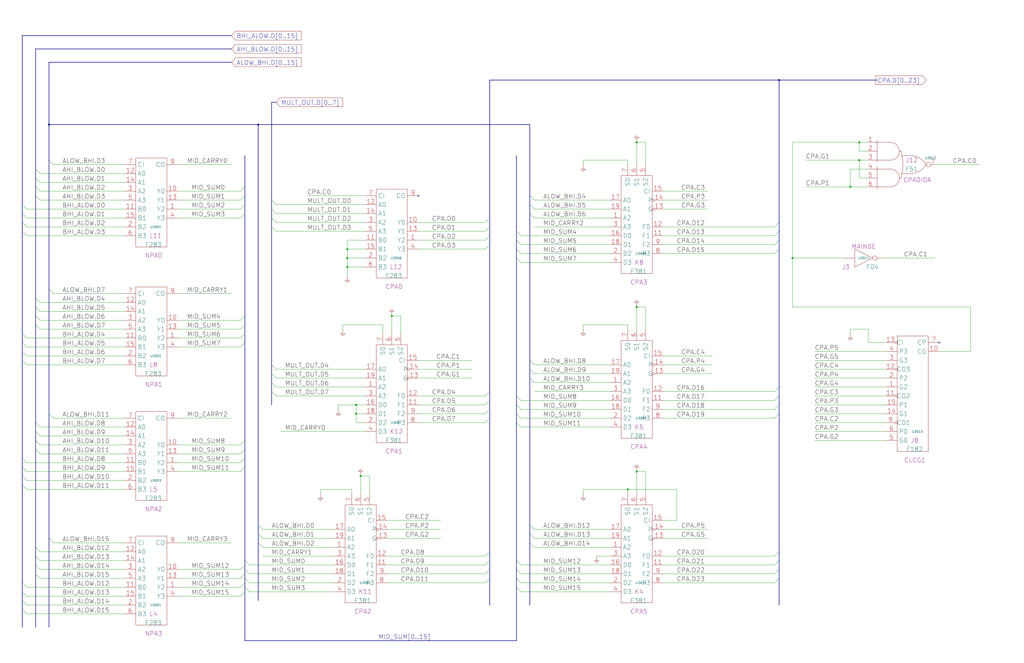
<source format=kicad_sch>
(kicad_sch (version 20250114) (generator "eeschema") (generator_version "9.0")
  (paper "User" 584.2 378.46)
  (title_block (title "NIBBLE PROPAGATE ADDER\\n& CARRY PROPAGATE ADDER") (date "22-MAR-90") (rev "1.0") (comment 1 "VALUE") (comment 2 "232-003063") (comment 3 "S400") (comment 4 "RELEASED"))
  (lib_symbols
    (symbol "r1000:F04" (pin_numbers (hide yes)) (pin_names (hide yes))
      (property "Reference" "U" (at 0 0 0))
      (property "Value" "F04" (at 1.27 -5.08 0))
      (property "Location" "___" (at -12.7 -5.08 0))
      (property "Name" "______" (at 0 5.08 0))
      (symbol "F04_0_1"
        (polyline (pts (xy -7.62 0) (xy -5.08 0)) (stroke (width 0.1524)))
        (polyline (pts (xy -5.08 5.08) (xy -5.08 -5.08)) (stroke (width 0.1524)))
        (polyline (pts (xy 5.08 0) (xy -5.08 5.08)) (stroke (width 0.1524)))
        (polyline (pts (xy 5.08 0) (xy -5.08 -5.08)) (stroke (width 0.1524)))
        (circle (center 6.35 0) (radius 1.27) (stroke (width 0.1524)))
      )
      (symbol "F04_1_1"
        (pin input line (at -10.16 0 0) (length 2.54) (name "D0") (number "1"))
        (pin output line (at 10.16 0 180) (length 2.54) (name "Q") (number "2"))
      )
    )
    (symbol "r1000:F182" (pin_names (offset 1.016))
      (property "Reference" "U" (at 2.54 5.08 0))
      (property "Value" "F182" (at -3.81 -5.08 0))
      (property "Location" "___" (at -1.27 0 0))
      (property "Name" "______" (at 1.27 -12.7 0))
      (symbol "F182_1_1"
        (circle (center -9.525 55.88) (radius 0.635))
        (circle (center -9.525 40.64) (radius 0.635))
        (circle (center -9.525 25.4) (radius 0.635))
        (circle (center -9.525 10.16) (radius 0.635))
        (rectangle (start -8.89 59.69) (end 8.89 -6.35))
        (pin input line (at -15.24 55.88 0) (length 5.08) (name "CI") (number "13"))
        (pin input line (at -15.24 50.8 0) (length 6.35) (name "P3") (number "4"))
        (pin input line (at -15.24 45.72 0) (length 6.35) (name "G3") (number "3"))
        (pin output line (at -15.24 40.64 0) (length 5.08) (name "CO3") (number "12"))
        (pin input line (at -15.24 35.56 0) (length 6.35) (name "P2") (number "2"))
        (pin input line (at -15.24 30.48 0) (length 6.35) (name "G2") (number "1"))
        (pin output line (at -15.24 25.4 0) (length 5.08) (name "CO2") (number "11"))
        (pin input line (at -15.24 20.32 0) (length 6.35) (name "P1") (number "15"))
        (pin input line (at -15.24 15.24 0) (length 6.35) (name "G1") (number "14"))
        (pin output line (at -15.24 10.16 0) (length 5.08) (name "CO1") (number "9"))
        (pin input line (at -15.24 5.08 0) (length 6.35) (name "P0") (number "6"))
        (pin input line (at -15.24 0 0) (length 6.35) (name "G0") (number "5"))
        (pin output line (at 15.24 55.88 180) (length 6.35) (name "CP") (number "7"))
        (pin output line (at 15.24 50.8 180) (length 6.35) (name "CG") (number "10"))
      )
    )
    (symbol "r1000:F283" (pin_names (offset 1.016))
      (property "Reference" "U" (at 2.54 5.08 0))
      (property "Value" "F283" (at -3.81 -5.08 0))
      (property "Location" "___" (at -1.27 0 0))
      (property "Name" "______" (at 1.27 -12.7 0))
      (symbol "F283_1_1"
        (rectangle (start -8.89 44.45) (end 8.89 -6.35))
        (pin input line (at -15.24 40.64 0) (length 6.35) (name "CI") (number "7"))
        (pin input line (at -15.24 35.56 0) (length 6.35) (name "A0") (number "12"))
        (pin input line (at -15.24 30.48 0) (length 6.35) (name "A1") (number "14"))
        (pin input line (at -15.24 25.4 0) (length 6.35) (name "A2") (number "3"))
        (pin input line (at -15.24 20.32 0) (length 6.35) (name "A3") (number "5"))
        (pin input line (at -15.24 15.24 0) (length 6.35) (name "B0") (number "11"))
        (pin input line (at -15.24 10.16 0) (length 6.35) (name "B1") (number "15"))
        (pin input line (at -15.24 5.08 0) (length 6.35) (name "B2") (number "2"))
        (pin input line (at -15.24 0 0) (length 6.35) (name "B3") (number "6"))
        (pin output line (at 15.24 40.64 180) (length 6.35) (name "CO") (number "9"))
        (pin output line (at 15.24 25.4 180) (length 6.35) (name "Y0") (number "10"))
        (pin output line (at 15.24 20.32 180) (length 6.35) (name "Y1") (number "13"))
        (pin output line (at 15.24 15.24 180) (length 6.35) (name "Y2") (number "1"))
        (pin output line (at 15.24 10.16 180) (length 6.35) (name "Y3") (number "4"))
      )
    )
    (symbol "r1000:F381" (pin_names (offset 1.016))
      (property "Reference" "U" (at 2.54 5.08 0))
      (property "Value" "F381" (at -3.81 -5.08 0))
      (property "Location" "___" (at -1.27 0 0))
      (property "Name" "______" (at 1.27 -12.7 0))
      (symbol "F381_1_1"
        (rectangle (start -8.89 49.53) (end 8.89 -6.35))
        (circle (center 9.525 35.56) (radius 0.635))
        (circle (center 9.525 30.48) (radius 0.635))
        (pin input line (at -15.24 35.56 0) (length 6.35) (name "A0") (number "17"))
        (pin input line (at -15.24 30.48 0) (length 6.35) (name "A1") (number "19"))
        (pin input line (at -15.24 25.4 0) (length 6.35) (name "A2") (number "1"))
        (pin input line (at -15.24 20.32 0) (length 6.35) (name "A3") (number "3"))
        (pin input line (at -15.24 15.24 0) (length 6.35) (name "D0") (number "16"))
        (pin input line (at -15.24 10.16 0) (length 6.35) (name "D1") (number "18"))
        (pin input line (at -15.24 5.08 0) (length 6.35) (name "D2") (number "2"))
        (pin input line (at -15.24 0 0) (length 6.35) (name "D3") (number "4"))
        (pin input line (at -5.08 55.88 270) (length 6.35) (name "S0") (number "7"))
        (pin input line (at 0 55.88 270) (length 6.35) (name "S1") (number "6"))
        (pin input line (at 5.08 55.88 270) (length 6.35) (name "S2") (number "5"))
        (pin input line (at 15.24 40.64 180) (length 6.35) (name "CI") (number "15"))
        (pin output line (at 15.24 35.56 180) (length 5.08) (name "P") (number "14"))
        (pin output line (at 15.24 30.48 180) (length 5.08) (name "G") (number "13"))
        (pin output line (at 15.24 20.32 180) (length 6.35) (name "F0") (number "12"))
        (pin output line (at 15.24 15.24 180) (length 6.35) (name "F1") (number "11"))
        (pin output line (at 15.24 10.16 180) (length 6.35) (name "F2") (number "9"))
        (pin output line (at 15.24 5.08 180) (length 6.35) (name "F3") (number "8"))
      )
    )
    (symbol "r1000:F51" (pin_names (hide yes))
      (property "Reference" "U" (at 12.7 1.27 0))
      (property "Value" "F51" (at 1.905 -5.08 0))
      (property "Location" "___" (at 1.905 0 0))
      (property "Name" "______" (at 5.08 -12.7 0))
      (symbol "F51_0_0"
        (polyline (pts (xy -20.32 10.16) (xy -17.78 10.16)) (stroke (width 0.1524)))
        (polyline (pts (xy -20.32 5.08) (xy -17.78 5.08)) (stroke (width 0.1524)))
        (polyline (pts (xy -20.32 0) (xy -17.78 0)) (stroke (width 0.1524)))
        (polyline (pts (xy -20.32 -5.08) (xy -17.78 -5.08)) (stroke (width 0.1524)))
        (polyline (pts (xy -20.32 -10.16) (xy -17.78 -10.16)) (stroke (width 0.1524)))
        (polyline (pts (xy -20.32 -15.24) (xy -17.78 -15.24)) (stroke (width 0.1524)))
        (arc (start -3.8173 2.54) (mid -2.9926 -2.54) (end -3.8173 -7.62) (stroke (width 0.1524)))
        (polyline (pts (xy -17.78 11.43) (xy -17.78 -1.27)) (stroke (width 0.1524)))
        (polyline (pts (xy -17.78 -3.81) (xy -17.78 -16.51)) (stroke (width 0.1524)))
        (polyline (pts (xy -10.16 10.16) (xy -17.78 10.16)) (stroke (width 0.1524)))
        (arc (start -10.16 10.16) (mid -6.5679 8.6721) (end -5.08 5.08) (stroke (width 0.1524)))
        (arc (start -5.08 5.08) (mid -6.5679 1.4879) (end -10.16 0) (stroke (width 0.1524)))
        (polyline (pts (xy -10.16 0) (xy -17.78 0)) (stroke (width 0.1524)))
        (polyline (pts (xy -10.16 -5.08) (xy -17.78 -5.08)) (stroke (width 0.1524)))
        (arc (start -10.16 -5.08) (mid -6.5679 -6.5679) (end -5.08 -10.16) (stroke (width 0.1524)))
        (arc (start -5.08 -10.16) (mid -6.5679 -13.7521) (end -10.16 -15.24) (stroke (width 0.1524)))
        (polyline (pts (xy -10.16 -15.24) (xy -17.78 -15.24)) (stroke (width 0.1524)))
        (polyline (pts (xy -5.08 5.08) (xy -3.81 5.08) (xy -3.81 2.54)) (stroke (width 0.1524)))
        (polyline (pts (xy -5.08 -10.16) (xy -3.81 -10.16) (xy -3.81 -7.62)) (stroke (width 0.1524)))
        (polyline (pts (xy -3.81 2.54) (xy 2.54 2.54)) (stroke (width 0.1524)))
        (polyline (pts (xy -3.81 -7.62) (xy 2.54 -7.62)) (stroke (width 0.1524)))
        (arc (start 10.16 -2.54) (mid 6.9504 -5.9807) (end 2.54 -7.62) (stroke (width 0.1524)))
        (arc (start 2.54 2.54) (mid 6.9516 0.9024) (end 10.16 -2.54) (stroke (width 0.1524)))
        (circle (center 11.43 -2.54) (radius 1.27) (stroke (width 0.1524)))
      )
      (symbol "F51_1_1"
        (pin input line (at -22.86 10.16 0) (length 2.54) (name "A1") (number "1"))
        (pin input line (at -22.86 5.08 0) (length 2.54) (name "A2") (number "2"))
        (pin input line (at -22.86 0 0) (length 2.54) (name "A3") (number "3"))
        (pin input line (at -22.86 -5.08 0) (length 2.54) (name "B1") (number "4"))
        (pin input line (at -22.86 -10.16 0) (length 2.54) (name "B2") (number "5"))
        (pin input line (at -22.86 -15.24 0) (length 2.54) (name "B3") (number "6"))
        (pin output line (at 15.24 -2.54 180) (length 2.54) (name "Q") (number "7"))
      )
    )
    (symbol "r1000:PD" (power) (pin_numbers (hide yes)) (pin_names (hide yes)) (in_bom no)
      (symbol "PD_0_1"
        (polyline (pts (xy 0 -2.54) (xy 1.27 -2.54) (xy 0 -3.81) (xy -1.27 -2.54) (xy 0 -2.54)) (stroke (width 0.1524)))
      )
      (symbol "PD_1_1"
        (pin power_in line (at 0 0 270) (length 2.54) (name "PD") (number "1"))
      )
    )
    (symbol "r1000:PU" (power) (pin_numbers (hide yes)) (pin_names (hide yes))
      (symbol "PU_0_1"
        (polyline (pts (xy 0 2.54) (xy -1.27 2.54) (xy 0 3.81) (xy 1.27 2.54) (xy 0 2.54)) (stroke (width 0.1524)))
      )
      (symbol "PU_1_1"
        (pin power_in line (at 0 0 90) (length 2.54) (name "PU") (number "1"))
      )
    )
  )
  (junction (at 363.22 175.26))
  (junction (at 444.5 45.72))
  (junction (at 223.52 180.34))
  (junction (at 452.12 147.32))
  (junction (at 205.74 271.78))
  (junction (at 147.32 71.12))
  (junction (at 490.22 91.44))
  (junction (at 27.94 71.12))
  (junction (at 203.2 236.22))
  (junction (at 358.14 279.4))
  (junction (at 198.12 152.4))
  (junction (at 485.14 106.68))
  (junction (at 363.22 269.24))
  (junction (at 198.12 147.32))
  (junction (at 363.22 81.28))
  (junction (at 198.12 142.24))
  (junction (at 490.22 81.28))
  (junction (at 203.2 231.14))
  (no_connect (at 535.94 195.58))
  (no_connect (at 238.76 111.76))
  (bus_entry (at 294.64 137.16) (size 2.54 2.54))
  (bus_entry (at 12.7 332.74) (size 2.54 2.54))
  (bus_entry (at 12.7 200.66) (size 2.54 2.54))
  (bus_entry (at 139.7 266.7) (size -2.54 2.54))
  (bus_entry (at 444.5 314.96) (size -2.54 2.54))
  (bus_entry (at 12.7 271.78) (size 2.54 2.54))
  (bus_entry (at 139.7 261.62) (size -2.54 2.54))
  (bus_entry (at 154.94 223.52) (size 2.54 2.54))
  (bus_entry (at 294.64 325.12) (size 2.54 2.54))
  (bus_entry (at 139.7 116.84) (size -2.54 2.54))
  (bus_entry (at 20.32 106.68) (size 2.54 2.54))
  (bus_entry (at 20.32 111.76) (size 2.54 2.54))
  (bus_entry (at 12.7 276.86) (size 2.54 2.54))
  (bus_entry (at 279.4 139.7) (size -2.54 2.54))
  (bus_entry (at 12.7 261.62) (size 2.54 2.54))
  (bus_entry (at 444.5 137.16) (size -2.54 2.54))
  (bus_entry (at 444.5 127) (size -2.54 2.54))
  (bus_entry (at 139.7 256.54) (size -2.54 2.54))
  (bus_entry (at 294.64 330.2) (size 2.54 2.54))
  (bus_entry (at 20.32 317.5) (size 2.54 2.54))
  (bus_entry (at 12.7 132.08) (size 2.54 2.54))
  (bus_entry (at 20.32 170.18) (size 2.54 2.54))
  (bus_entry (at 154.94 218.44) (size 2.54 2.54))
  (bus_entry (at 20.32 175.26) (size 2.54 2.54))
  (bus_entry (at 20.32 256.54) (size 2.54 2.54))
  (bus_entry (at 154.94 119.38) (size 2.54 2.54))
  (bus_entry (at 27.94 236.22) (size 2.54 2.54))
  (bus_entry (at 27.94 91.44) (size 2.54 2.54))
  (bus_entry (at 294.64 335.28) (size 2.54 2.54))
  (bus_entry (at 139.7 190.5) (size -2.54 2.54))
  (bus_entry (at 12.7 266.7) (size 2.54 2.54))
  (bus_entry (at 20.32 322.58) (size 2.54 2.54))
  (bus_entry (at 279.4 124.46) (size -2.54 2.54))
  (bus_entry (at 444.5 142.24) (size -2.54 2.54))
  (bus_entry (at 294.64 142.24) (size 2.54 2.54))
  (bus_entry (at 139.7 320.04) (size 2.54 2.54))
  (bus_entry (at 302.26 111.76) (size 2.54 2.54))
  (bus_entry (at 139.7 330.2) (size 2.54 2.54))
  (bus_entry (at 20.32 246.38) (size 2.54 2.54))
  (bus_entry (at 139.7 332.74) (size -2.54 2.54))
  (bus_entry (at 294.64 132.08) (size 2.54 2.54))
  (bus_entry (at 139.7 195.58) (size -2.54 2.54))
  (bus_entry (at 154.94 124.46) (size 2.54 2.54))
  (bus_entry (at 279.4 134.62) (size -2.54 2.54))
  (bus_entry (at 302.26 299.72) (size 2.54 2.54))
  (bus_entry (at 12.7 337.82) (size 2.54 2.54))
  (bus_entry (at 279.4 129.54) (size -2.54 2.54))
  (bus_entry (at 302.26 304.8) (size 2.54 2.54))
  (bus_entry (at 20.32 185.42) (size 2.54 2.54))
  (bus_entry (at 444.5 226.06) (size -2.54 2.54))
  (bus_entry (at 154.94 129.54) (size 2.54 2.54))
  (bus_entry (at 444.5 320.04) (size -2.54 2.54))
  (bus_entry (at 139.7 251.46) (size -2.54 2.54))
  (bus_entry (at 12.7 205.74) (size 2.54 2.54))
  (bus_entry (at 444.5 236.22) (size -2.54 2.54))
  (bus_entry (at 139.7 180.34) (size -2.54 2.54))
  (bus_entry (at 279.4 320.04) (size -2.54 2.54))
  (bus_entry (at 279.4 223.52) (size -2.54 2.54))
  (bus_entry (at 444.5 325.12) (size -2.54 2.54))
  (bus_entry (at 294.64 320.04) (size 2.54 2.54))
  (bus_entry (at 27.94 307.34) (size 2.54 2.54))
  (bus_entry (at 20.32 312.42) (size 2.54 2.54))
  (bus_entry (at 139.7 325.12) (size 2.54 2.54))
  (bus_entry (at 139.7 111.76) (size -2.54 2.54))
  (bus_entry (at 147.32 299.72) (size 2.54 2.54))
  (bus_entry (at 12.7 342.9) (size 2.54 2.54))
  (bus_entry (at 279.4 325.12) (size -2.54 2.54))
  (bus_entry (at 279.4 233.68) (size -2.54 2.54))
  (bus_entry (at 20.32 96.52) (size 2.54 2.54))
  (bus_entry (at 12.7 116.84) (size 2.54 2.54))
  (bus_entry (at 294.64 236.22) (size 2.54 2.54))
  (bus_entry (at 279.4 228.6) (size -2.54 2.54))
  (bus_entry (at 302.26 121.92) (size 2.54 2.54))
  (bus_entry (at 294.64 147.32) (size 2.54 2.54))
  (bus_entry (at 139.7 121.92) (size -2.54 2.54))
  (bus_entry (at 294.64 231.14) (size 2.54 2.54))
  (bus_entry (at 20.32 241.3) (size 2.54 2.54))
  (bus_entry (at 154.94 213.36) (size 2.54 2.54))
  (bus_entry (at 294.64 241.3) (size 2.54 2.54))
  (bus_entry (at 154.94 114.3) (size 2.54 2.54))
  (bus_entry (at 302.26 205.74) (size 2.54 2.54))
  (bus_entry (at 20.32 251.46) (size 2.54 2.54))
  (bus_entry (at 139.7 106.68) (size -2.54 2.54))
  (bus_entry (at 12.7 190.5) (size 2.54 2.54))
  (bus_entry (at 444.5 231.14) (size -2.54 2.54))
  (bus_entry (at 154.94 208.28) (size 2.54 2.54))
  (bus_entry (at 20.32 327.66) (size 2.54 2.54))
  (bus_entry (at 302.26 215.9) (size 2.54 2.54))
  (bus_entry (at 20.32 101.6) (size 2.54 2.54))
  (bus_entry (at 20.32 180.34) (size 2.54 2.54))
  (bus_entry (at 279.4 330.2) (size -2.54 2.54))
  (bus_entry (at 139.7 322.58) (size -2.54 2.54))
  (bus_entry (at 444.5 330.2) (size -2.54 2.54))
  (bus_entry (at 302.26 309.88) (size 2.54 2.54))
  (bus_entry (at 444.5 220.98) (size -2.54 2.54))
  (bus_entry (at 27.94 165.1) (size 2.54 2.54))
  (bus_entry (at 12.7 127) (size 2.54 2.54))
  (bus_entry (at 12.7 121.92) (size 2.54 2.54))
  (bus_entry (at 12.7 347.98) (size 2.54 2.54))
  (bus_entry (at 139.7 185.42) (size -2.54 2.54))
  (bus_entry (at 279.4 314.96) (size -2.54 2.54))
  (bus_entry (at 147.32 309.88) (size 2.54 2.54))
  (bus_entry (at 139.7 337.82) (size -2.54 2.54))
  (bus_entry (at 139.7 327.66) (size -2.54 2.54))
  (bus_entry (at 279.4 238.76) (size -2.54 2.54))
  (bus_entry (at 302.26 210.82) (size 2.54 2.54))
  (bus_entry (at 444.5 132.08) (size -2.54 2.54))
  (bus_entry (at 294.64 226.06) (size 2.54 2.54))
  (bus_entry (at 12.7 195.58) (size 2.54 2.54))
  (bus_entry (at 302.26 116.84) (size 2.54 2.54))
  (bus_entry (at 147.32 304.8) (size 2.54 2.54))
  (bus_entry (at 139.7 335.28) (size 2.54 2.54))
  (wire (pts (xy 378.46 223.52) (xy 441.96 223.52)))
  (wire (pts (xy 452.12 175.26) (xy 452.12 147.32)))
  (wire (pts (xy 386.08 279.4) (xy 386.08 297.18)))
  (wire (pts (xy 304.8 114.3) (xy 347.98 114.3)))
  (wire (pts (xy 378.46 114.3) (xy 403.86 114.3)))
  (wire (pts (xy 101.6 325.12) (xy 137.16 325.12)))
  (wire (pts (xy 15.24 203.2) (xy 71.12 203.2)))
  (wire (pts (xy 378.46 238.76) (xy 441.96 238.76)))
  (wire (pts (xy 238.76 132.08) (xy 276.86 132.08)))
  (wire (pts (xy 22.86 325.12) (xy 71.12 325.12)))
  (wire (pts (xy 464.82 231.14) (xy 505.46 231.14)))
  (wire (pts (xy 228.6 180.34) (xy 223.52 180.34)))
  (wire (pts (xy 101.6 264.16) (xy 137.16 264.16)))
  (wire (pts (xy 208.28 137.16) (xy 198.12 137.16)))
  (wire (pts (xy 378.46 327.66) (xy 441.96 327.66)))
  (wire (pts (xy 238.76 142.24) (xy 276.86 142.24)))
  (wire (pts (xy 101.6 254) (xy 137.16 254)))
  (bus (pts (xy 294.64 142.24) (xy 294.64 147.32)))
  (wire (pts (xy 304.8 223.52) (xy 347.98 223.52)))
  (wire (pts (xy 378.46 233.68) (xy 441.96 233.68)))
  (bus (pts (xy 294.64 226.06) (xy 294.64 231.14)))
  (bus (pts (xy 279.4 233.68) (xy 279.4 238.76)))
  (bus (pts (xy 279.4 228.6) (xy 279.4 233.68)))
  (wire (pts (xy 332.74 91.44) (xy 358.14 91.44)))
  (bus (pts (xy 154.94 58.42) (xy 154.94 114.3)))
  (bus (pts (xy 139.7 111.76) (xy 139.7 116.84)))
  (bus (pts (xy 20.32 106.68) (xy 20.32 111.76)))
  (bus (pts (xy 154.94 213.36) (xy 154.94 218.44)))
  (wire (pts (xy 378.46 228.6) (xy 441.96 228.6)))
  (bus (pts (xy 302.26 71.12) (xy 147.32 71.12)))
  (bus (pts (xy 154.94 124.46) (xy 154.94 129.54)))
  (bus (pts (xy 444.5 220.98) (xy 444.5 226.06)))
  (wire (pts (xy 553.72 175.26) (xy 452.12 175.26)))
  (wire (pts (xy 160.02 246.38) (xy 208.28 246.38)))
  (bus (pts (xy 279.4 129.54) (xy 279.4 134.62)))
  (wire (pts (xy 495.3 187.96) (xy 495.3 195.58)))
  (bus (pts (xy 444.5 226.06) (xy 444.5 231.14)))
  (wire (pts (xy 485.14 106.68) (xy 495.3 106.68)))
  (bus (pts (xy 12.7 266.7) (xy 12.7 271.78)))
  (wire (pts (xy 193.04 231.14) (xy 203.2 231.14)))
  (wire (pts (xy 22.86 172.72) (xy 71.12 172.72)))
  (bus (pts (xy 302.26 116.84) (xy 302.26 121.92)))
  (wire (pts (xy 220.98 302.26) (xy 251.46 302.26)))
  (wire (pts (xy 22.86 320.04) (xy 71.12 320.04)))
  (wire (pts (xy 368.3 269.24) (xy 363.22 269.24)))
  (wire (pts (xy 332.74 279.4) (xy 358.14 279.4)))
  (wire (pts (xy 378.46 134.62) (xy 441.96 134.62)))
  (bus (pts (xy 27.94 71.12) (xy 147.32 71.12)))
  (bus (pts (xy 12.7 261.62) (xy 12.7 266.7)))
  (wire (pts (xy 358.14 185.42) (xy 358.14 187.96)))
  (bus (pts (xy 27.94 165.1) (xy 27.94 236.22)))
  (wire (pts (xy 490.22 101.6) (xy 490.22 91.44)))
  (wire (pts (xy 198.12 152.4) (xy 208.28 152.4)))
  (wire (pts (xy 22.86 182.88) (xy 71.12 182.88)))
  (wire (pts (xy 378.46 213.36) (xy 406.4 213.36)))
  (bus (pts (xy 302.26 304.8) (xy 302.26 309.88)))
  (bus (pts (xy 139.7 327.66) (xy 139.7 330.2)))
  (bus (pts (xy 154.94 119.38) (xy 154.94 124.46)))
  (wire (pts (xy 101.6 114.3) (xy 137.16 114.3)))
  (wire (pts (xy 304.8 129.54) (xy 347.98 129.54)))
  (wire (pts (xy 30.48 309.88) (xy 71.12 309.88)))
  (bus (pts (xy 27.94 71.12) (xy 27.94 91.44)))
  (bus (pts (xy 12.7 271.78) (xy 12.7 276.86)))
  (bus (pts (xy 139.7 116.84) (xy 139.7 121.92)))
  (wire (pts (xy 378.46 139.7) (xy 441.96 139.7)))
  (wire (pts (xy 368.3 81.28) (xy 363.22 81.28)))
  (wire (pts (xy 297.18 139.7) (xy 347.98 139.7)))
  (wire (pts (xy 378.46 129.54) (xy 441.96 129.54)))
  (wire (pts (xy 30.48 238.76) (xy 71.12 238.76)))
  (wire (pts (xy 193.04 233.68) (xy 193.04 231.14)))
  (wire (pts (xy 495.3 195.58) (xy 505.46 195.58)))
  (wire (pts (xy 297.18 327.66) (xy 347.98 327.66)))
  (wire (pts (xy 22.86 248.92) (xy 71.12 248.92)))
  (wire (pts (xy 238.76 210.82) (xy 269.24 210.82)))
  (bus (pts (xy 154.94 58.42) (xy 157.48 58.42)))
  (wire (pts (xy 297.18 134.62) (xy 347.98 134.62)))
  (wire (pts (xy 464.82 220.98) (xy 505.46 220.98)))
  (wire (pts (xy 485.14 96.52) (xy 485.14 106.68)))
  (bus (pts (xy 20.32 317.5) (xy 20.32 322.58)))
  (wire (pts (xy 203.2 236.22) (xy 203.2 231.14)))
  (wire (pts (xy 182.88 279.4) (xy 200.66 279.4)))
  (bus (pts (xy 279.4 223.52) (xy 279.4 228.6)))
  (wire (pts (xy 15.24 134.62) (xy 71.12 134.62)))
  (bus (pts (xy 12.7 276.86) (xy 12.7 332.74)))
  (bus (pts (xy 444.5 236.22) (xy 444.5 314.96)))
  (wire (pts (xy 157.48 220.98) (xy 208.28 220.98)))
  (bus (pts (xy 20.32 175.26) (xy 20.32 180.34)))
  (bus (pts (xy 139.7 106.68) (xy 139.7 111.76)))
  (wire (pts (xy 220.98 317.5) (xy 276.86 317.5)))
  (wire (pts (xy 363.22 175.26) (xy 363.22 187.96)))
  (wire (pts (xy 378.46 208.28) (xy 406.4 208.28)))
  (bus (pts (xy 27.94 236.22) (xy 27.94 307.34)))
  (bus (pts (xy 20.32 185.42) (xy 20.32 241.3)))
  (wire (pts (xy 238.76 236.22) (xy 276.86 236.22)))
  (wire (pts (xy 15.24 279.4) (xy 71.12 279.4)))
  (wire (pts (xy 203.2 231.14) (xy 208.28 231.14)))
  (bus (pts (xy 444.5 320.04) (xy 444.5 325.12)))
  (wire (pts (xy 142.24 337.82) (xy 190.5 337.82)))
  (bus (pts (xy 279.4 45.72) (xy 279.4 124.46)))
  (wire (pts (xy 485.14 187.96) (xy 495.3 187.96)))
  (bus (pts (xy 20.32 251.46) (xy 20.32 256.54)))
  (wire (pts (xy 198.12 147.32) (xy 198.12 152.4)))
  (wire (pts (xy 452.12 81.28) (xy 490.22 81.28)))
  (wire (pts (xy 22.86 99.06) (xy 71.12 99.06)))
  (wire (pts (xy 195.58 187.96) (xy 195.58 185.42)))
  (wire (pts (xy 297.18 332.74) (xy 347.98 332.74)))
  (wire (pts (xy 386.08 297.18) (xy 378.46 297.18)))
  (wire (pts (xy 203.2 241.3) (xy 203.2 236.22)))
  (wire (pts (xy 157.48 226.06) (xy 208.28 226.06)))
  (wire (pts (xy 378.46 332.74) (xy 441.96 332.74)))
  (bus (pts (xy 27.94 91.44) (xy 27.94 165.1)))
  (wire (pts (xy 198.12 142.24) (xy 208.28 142.24)))
  (wire (pts (xy 142.24 322.58) (xy 190.5 322.58)))
  (bus (pts (xy 294.64 88.9) (xy 294.64 132.08)))
  (wire (pts (xy 157.48 127) (xy 208.28 127)))
  (wire (pts (xy 297.18 337.82) (xy 347.98 337.82)))
  (bus (pts (xy 20.32 170.18) (xy 20.32 175.26)))
  (bus (pts (xy 12.7 190.5) (xy 12.7 195.58)))
  (wire (pts (xy 378.46 307.34) (xy 403.86 307.34)))
  (wire (pts (xy 220.98 322.58) (xy 276.86 322.58)))
  (wire (pts (xy 157.48 210.82) (xy 208.28 210.82)))
  (bus (pts (xy 139.7 322.58) (xy 139.7 325.12)))
  (bus (pts (xy 302.26 215.9) (xy 302.26 299.72)))
  (wire (pts (xy 195.58 185.42) (xy 218.44 185.42)))
  (bus (pts (xy 294.64 137.16) (xy 294.64 142.24)))
  (bus (pts (xy 20.32 96.52) (xy 20.32 101.6)))
  (wire (pts (xy 200.66 279.4) (xy 200.66 281.94)))
  (wire (pts (xy 238.76 137.16) (xy 276.86 137.16)))
  (wire (pts (xy 101.6 193.04) (xy 137.16 193.04)))
  (wire (pts (xy 297.18 322.58) (xy 347.98 322.58)))
  (wire (pts (xy 464.82 251.46) (xy 505.46 251.46)))
  (bus (pts (xy 139.7 337.82) (xy 139.7 365.76)))
  (wire (pts (xy 101.6 238.76) (xy 132.08 238.76)))
  (bus (pts (xy 20.32 312.42) (xy 20.32 317.5)))
  (bus (pts (xy 12.7 121.92) (xy 12.7 127)))
  (wire (pts (xy 198.12 152.4) (xy 198.12 157.48)))
  (wire (pts (xy 15.24 345.44) (xy 71.12 345.44)))
  (bus (pts (xy 444.5 231.14) (xy 444.5 236.22)))
  (wire (pts (xy 101.6 109.22) (xy 137.16 109.22)))
  (wire (pts (xy 304.8 307.34) (xy 347.98 307.34)))
  (bus (pts (xy 147.32 309.88) (xy 147.32 342.9)))
  (wire (pts (xy 203.2 236.22) (xy 208.28 236.22)))
  (wire (pts (xy 378.46 144.78) (xy 441.96 144.78)))
  (wire (pts (xy 332.74 93.98) (xy 332.74 91.44)))
  (bus (pts (xy 20.32 241.3) (xy 20.32 246.38)))
  (bus (pts (xy 444.5 45.72) (xy 500.38 45.72)))
  (bus (pts (xy 154.94 208.28) (xy 154.94 213.36)))
  (wire (pts (xy 464.82 226.06) (xy 505.46 226.06)))
  (wire (pts (xy 22.86 314.96) (xy 71.12 314.96)))
  (bus (pts (xy 12.7 342.9) (xy 12.7 347.98)))
  (wire (pts (xy 452.12 147.32) (xy 482.6 147.32)))
  (bus (pts (xy 139.7 190.5) (xy 139.7 195.58)))
  (wire (pts (xy 15.24 264.16) (xy 71.12 264.16)))
  (bus (pts (xy 20.32 246.38) (xy 20.32 251.46)))
  (wire (pts (xy 464.82 215.9) (xy 505.46 215.9)))
  (wire (pts (xy 464.82 200.66) (xy 505.46 200.66)))
  (bus (pts (xy 302.26 299.72) (xy 302.26 304.8)))
  (wire (pts (xy 220.98 327.66) (xy 276.86 327.66)))
  (wire (pts (xy 332.74 281.94) (xy 332.74 279.4)))
  (bus (pts (xy 302.26 111.76) (xy 302.26 116.84)))
  (wire (pts (xy 368.3 281.94) (xy 368.3 269.24)))
  (wire (pts (xy 101.6 187.96) (xy 137.16 187.96)))
  (wire (pts (xy 149.86 317.5) (xy 190.5 317.5)))
  (bus (pts (xy 12.7 127) (xy 12.7 132.08)))
  (wire (pts (xy 378.46 109.22) (xy 403.86 109.22)))
  (bus (pts (xy 294.64 320.04) (xy 294.64 325.12)))
  (bus (pts (xy 444.5 132.08) (xy 444.5 137.16)))
  (bus (pts (xy 294.64 330.2) (xy 294.64 335.28)))
  (wire (pts (xy 297.18 144.78) (xy 347.98 144.78)))
  (wire (pts (xy 210.82 281.94) (xy 210.82 271.78)))
  (bus (pts (xy 20.32 180.34) (xy 20.32 185.42)))
  (wire (pts (xy 459.74 106.68) (xy 485.14 106.68)))
  (wire (pts (xy 304.8 208.28) (xy 347.98 208.28)))
  (wire (pts (xy 368.3 175.26) (xy 363.22 175.26)))
  (wire (pts (xy 459.74 91.44) (xy 490.22 91.44)))
  (wire (pts (xy 22.86 330.2) (xy 71.12 330.2)))
  (wire (pts (xy 485.14 190.5) (xy 485.14 187.96)))
  (wire (pts (xy 332.74 185.42) (xy 358.14 185.42)))
  (bus (pts (xy 12.7 195.58) (xy 12.7 200.66)))
  (wire (pts (xy 15.24 269.24) (xy 71.12 269.24)))
  (bus (pts (xy 302.26 121.92) (xy 302.26 205.74)))
  (bus (pts (xy 12.7 332.74) (xy 12.7 337.82)))
  (wire (pts (xy 15.24 340.36) (xy 71.12 340.36)))
  (bus (pts (xy 12.7 116.84) (xy 12.7 121.92)))
  (bus (pts (xy 20.32 322.58) (xy 20.32 327.66)))
  (wire (pts (xy 205.74 271.78) (xy 205.74 281.94)))
  (bus (pts (xy 139.7 365.76) (xy 294.64 365.76)))
  (wire (pts (xy 101.6 330.2) (xy 137.16 330.2)))
  (bus (pts (xy 302.26 210.82) (xy 302.26 215.9)))
  (wire (pts (xy 238.76 226.06) (xy 276.86 226.06)))
  (wire (pts (xy 464.82 210.82) (xy 505.46 210.82)))
  (wire (pts (xy 490.22 91.44) (xy 495.3 91.44)))
  (wire (pts (xy 228.6 190.5) (xy 228.6 180.34)))
  (wire (pts (xy 15.24 119.38) (xy 71.12 119.38)))
  (bus (pts (xy 139.7 320.04) (xy 139.7 322.58)))
  (wire (pts (xy 142.24 327.66) (xy 190.5 327.66)))
  (wire (pts (xy 22.86 177.8) (xy 71.12 177.8)))
  (bus (pts (xy 279.4 320.04) (xy 279.4 325.12)))
  (wire (pts (xy 101.6 182.88) (xy 137.16 182.88)))
  (bus (pts (xy 444.5 137.16) (xy 444.5 142.24)))
  (wire (pts (xy 101.6 340.36) (xy 137.16 340.36)))
  (wire (pts (xy 464.82 205.74) (xy 505.46 205.74)))
  (bus (pts (xy 444.5 330.2) (xy 444.5 345.44)))
  (wire (pts (xy 101.6 119.38) (xy 137.16 119.38)))
  (wire (pts (xy 304.8 124.46) (xy 347.98 124.46)))
  (wire (pts (xy 157.48 132.08) (xy 208.28 132.08)))
  (wire (pts (xy 304.8 213.36) (xy 347.98 213.36)))
  (wire (pts (xy 304.8 218.44) (xy 347.98 218.44)))
  (wire (pts (xy 15.24 350.52) (xy 71.12 350.52)))
  (bus (pts (xy 279.4 124.46) (xy 279.4 129.54)))
  (wire (pts (xy 238.76 231.14) (xy 276.86 231.14)))
  (bus (pts (xy 139.7 256.54) (xy 139.7 261.62)))
  (wire (pts (xy 15.24 198.12) (xy 71.12 198.12)))
  (bus (pts (xy 294.64 236.22) (xy 294.64 241.3)))
  (wire (pts (xy 304.8 312.42) (xy 347.98 312.42)))
  (wire (pts (xy 218.44 185.42) (xy 218.44 190.5)))
  (bus (pts (xy 12.7 205.74) (xy 12.7 261.62)))
  (bus (pts (xy 294.64 147.32) (xy 294.64 226.06)))
  (wire (pts (xy 182.88 281.94) (xy 182.88 279.4)))
  (wire (pts (xy 101.6 335.28) (xy 137.16 335.28)))
  (bus (pts (xy 279.4 238.76) (xy 279.4 314.96)))
  (bus (pts (xy 139.7 185.42) (xy 139.7 190.5)))
  (bus (pts (xy 27.94 35.56) (xy 27.94 71.12)))
  (wire (pts (xy 101.6 309.88) (xy 132.08 309.88)))
  (bus (pts (xy 302.26 309.88) (xy 302.26 345.44)))
  (wire (pts (xy 15.24 193.04) (xy 71.12 193.04)))
  (bus (pts (xy 154.94 218.44) (xy 154.94 223.52)))
  (bus (pts (xy 139.7 88.9) (xy 139.7 106.68)))
  (wire (pts (xy 149.86 312.42) (xy 190.5 312.42)))
  (bus (pts (xy 12.7 200.66) (xy 12.7 205.74)))
  (bus (pts (xy 444.5 127) (xy 444.5 132.08)))
  (wire (pts (xy 22.86 243.84) (xy 71.12 243.84)))
  (bus (pts (xy 12.7 347.98) (xy 12.7 358.14)))
  (wire (pts (xy 15.24 274.32) (xy 71.12 274.32)))
  (wire (pts (xy 490.22 86.36) (xy 490.22 81.28)))
  (wire (pts (xy 101.6 124.46) (xy 137.16 124.46)))
  (wire (pts (xy 358.14 91.44) (xy 358.14 93.98)))
  (wire (pts (xy 142.24 332.74) (xy 190.5 332.74)))
  (wire (pts (xy 378.46 119.38) (xy 403.86 119.38)))
  (wire (pts (xy 378.46 317.5) (xy 441.96 317.5)))
  (wire (pts (xy 220.98 332.74) (xy 276.86 332.74)))
  (wire (pts (xy 198.12 142.24) (xy 198.12 147.32)))
  (wire (pts (xy 101.6 93.98) (xy 132.08 93.98)))
  (wire (pts (xy 238.76 127) (xy 276.86 127)))
  (bus (pts (xy 12.7 20.32) (xy 132.08 20.32)))
  (wire (pts (xy 238.76 241.3) (xy 276.86 241.3)))
  (wire (pts (xy 533.4 93.98) (xy 558.8 93.98)))
  (wire (pts (xy 210.82 271.78) (xy 205.74 271.78)))
  (wire (pts (xy 15.24 335.28) (xy 71.12 335.28)))
  (wire (pts (xy 495.3 86.36) (xy 490.22 86.36)))
  (wire (pts (xy 22.86 259.08) (xy 71.12 259.08)))
  (wire (pts (xy 297.18 228.6) (xy 347.98 228.6)))
  (wire (pts (xy 378.46 203.2) (xy 406.4 203.2)))
  (bus (pts (xy 139.7 251.46) (xy 139.7 256.54)))
  (wire (pts (xy 464.82 236.22) (xy 505.46 236.22)))
  (bus (pts (xy 302.26 205.74) (xy 302.26 210.82)))
  (wire (pts (xy 553.72 200.66) (xy 553.72 175.26)))
  (bus (pts (xy 279.4 325.12) (xy 279.4 330.2)))
  (bus (pts (xy 294.64 231.14) (xy 294.64 236.22)))
  (wire (pts (xy 495.3 101.6) (xy 490.22 101.6)))
  (bus (pts (xy 139.7 332.74) (xy 139.7 335.28)))
  (bus (pts (xy 12.7 20.32) (xy 12.7 116.84)))
  (wire (pts (xy 452.12 147.32) (xy 452.12 81.28)))
  (bus (pts (xy 444.5 314.96) (xy 444.5 320.04)))
  (wire (pts (xy 101.6 259.08) (xy 137.16 259.08)))
  (wire (pts (xy 223.52 180.34) (xy 223.52 190.5)))
  (wire (pts (xy 502.92 147.32) (xy 533.4 147.32)))
  (wire (pts (xy 238.76 205.74) (xy 269.24 205.74)))
  (bus (pts (xy 27.94 35.56) (xy 132.08 35.56)))
  (bus (pts (xy 20.32 27.94) (xy 132.08 27.94)))
  (bus (pts (xy 294.64 325.12) (xy 294.64 330.2)))
  (wire (pts (xy 22.86 114.3) (xy 71.12 114.3)))
  (wire (pts (xy 30.48 93.98) (xy 71.12 93.98)))
  (wire (pts (xy 340.36 317.5) (xy 347.98 317.5)))
  (wire (pts (xy 22.86 109.22) (xy 71.12 109.22)))
  (wire (pts (xy 297.18 243.84) (xy 347.98 243.84)))
  (bus (pts (xy 279.4 330.2) (xy 279.4 345.44)))
  (bus (pts (xy 147.32 71.12) (xy 147.32 299.72)))
  (bus (pts (xy 302.26 71.12) (xy 302.26 111.76)))
  (bus (pts (xy 139.7 180.34) (xy 139.7 185.42)))
  (wire (pts (xy 297.18 149.86) (xy 347.98 149.86)))
  (bus (pts (xy 294.64 241.3) (xy 294.64 320.04)))
  (bus (pts (xy 154.94 129.54) (xy 154.94 208.28)))
  (wire (pts (xy 220.98 307.34) (xy 251.46 307.34)))
  (wire (pts (xy 101.6 269.24) (xy 137.16 269.24)))
  (bus (pts (xy 139.7 335.28) (xy 139.7 337.82)))
  (wire (pts (xy 304.8 302.26) (xy 347.98 302.26)))
  (wire (pts (xy 495.3 96.52) (xy 485.14 96.52)))
  (bus (pts (xy 279.4 134.62) (xy 279.4 139.7)))
  (wire (pts (xy 220.98 297.18) (xy 251.46 297.18)))
  (bus (pts (xy 139.7 261.62) (xy 139.7 266.7)))
  (wire (pts (xy 490.22 81.28) (xy 495.3 81.28)))
  (wire (pts (xy 157.48 116.84) (xy 208.28 116.84)))
  (bus (pts (xy 279.4 45.72) (xy 444.5 45.72)))
  (bus (pts (xy 139.7 121.92) (xy 139.7 180.34)))
  (bus (pts (xy 12.7 132.08) (xy 12.7 190.5)))
  (bus (pts (xy 139.7 266.7) (xy 139.7 320.04)))
  (bus (pts (xy 147.32 299.72) (xy 147.32 304.8)))
  (bus (pts (xy 20.32 111.76) (xy 20.32 170.18)))
  (wire (pts (xy 198.12 137.16) (xy 198.12 142.24)))
  (bus (pts (xy 20.32 256.54) (xy 20.32 312.42)))
  (wire (pts (xy 368.3 187.96) (xy 368.3 175.26)))
  (bus (pts (xy 444.5 325.12) (xy 444.5 330.2)))
  (wire (pts (xy 304.8 119.38) (xy 347.98 119.38)))
  (wire (pts (xy 363.22 269.24) (xy 363.22 281.94)))
  (wire (pts (xy 15.24 208.28) (xy 71.12 208.28)))
  (wire (pts (xy 368.3 93.98) (xy 368.3 81.28)))
  (wire (pts (xy 15.24 129.54) (xy 71.12 129.54)))
  (wire (pts (xy 358.14 279.4) (xy 358.14 281.94)))
  (wire (pts (xy 297.18 233.68) (xy 347.98 233.68)))
  (wire (pts (xy 464.82 241.3) (xy 505.46 241.3)))
  (bus (pts (xy 154.94 223.52) (xy 154.94 231.14)))
  (bus (pts (xy 444.5 142.24) (xy 444.5 220.98)))
  (wire (pts (xy 22.86 254) (xy 71.12 254)))
  (wire (pts (xy 332.74 187.96) (xy 332.74 185.42)))
  (wire (pts (xy 101.6 167.64) (xy 132.08 167.64)))
  (bus (pts (xy 20.32 327.66) (xy 20.32 358.14)))
  (bus (pts (xy 27.94 307.34) (xy 27.94 358.14)))
  (bus (pts (xy 20.32 101.6) (xy 20.32 106.68)))
  (wire (pts (xy 175.26 111.76) (xy 208.28 111.76)))
  (wire (pts (xy 358.14 279.4) (xy 386.08 279.4)))
  (bus (pts (xy 139.7 325.12) (xy 139.7 327.66)))
  (bus (pts (xy 444.5 45.72) (xy 444.5 127)))
  (wire (pts (xy 378.46 322.58) (xy 441.96 322.58)))
  (wire (pts (xy 238.76 215.9) (xy 269.24 215.9)))
  (bus (pts (xy 294.64 335.28) (xy 294.64 365.76)))
  (bus (pts (xy 139.7 330.2) (xy 139.7 332.74)))
  (bus (pts (xy 12.7 337.82) (xy 12.7 342.9)))
  (wire (pts (xy 149.86 307.34) (xy 190.5 307.34)))
  (bus (pts (xy 154.94 114.3) (xy 154.94 119.38)))
  (bus (pts (xy 279.4 139.7) (xy 279.4 223.52)))
  (wire (pts (xy 297.18 238.76) (xy 347.98 238.76)))
  (wire (pts (xy 363.22 81.28) (xy 363.22 93.98)))
  (wire (pts (xy 149.86 302.26) (xy 190.5 302.26)))
  (bus (pts (xy 279.4 314.96) (xy 279.4 320.04)))
  (wire (pts (xy 22.86 187.96) (xy 71.12 187.96)))
  (wire (pts (xy 198.12 147.32) (xy 208.28 147.32)))
  (wire (pts (xy 157.48 121.92) (xy 208.28 121.92)))
  (wire (pts (xy 208.28 241.3) (xy 203.2 241.3)))
  (bus (pts (xy 20.32 27.94) (xy 20.32 96.52)))
  (wire (pts (xy 22.86 104.14) (xy 71.12 104.14)))
  (bus (pts (xy 147.32 304.8) (xy 147.32 309.88)))
  (wire (pts (xy 30.48 167.64) (xy 71.12 167.64)))
  (bus (pts (xy 139.7 195.58) (xy 139.7 251.46)))
  (wire (pts (xy 535.94 200.66) (xy 553.72 200.66)))
  (wire (pts (xy 101.6 198.12) (xy 137.16 198.12)))
  (wire (pts (xy 15.24 124.46) (xy 71.12 124.46)))
  (wire (pts (xy 378.46 302.26) (xy 403.86 302.26)))
  (wire (pts (xy 464.82 246.38) (xy 505.46 246.38)))
  (wire (pts (xy 157.48 215.9) (xy 208.28 215.9)))
  (bus (pts (xy 294.64 132.08) (xy 294.64 137.16)))
  (label "MID_SUM7" (at 106.68 198.12 0) (effects (font (size 2.54 2.54))))
  (label "MID_CARRY0" (at 162.56 246.38 0) (effects (font (size 2.54 2.54))))
  (label "CPA.P1" (at 248.92 210.82 0) (effects (font (size 2.54 2.54))))
  (label "CPA.D15" (at 386.08 144.78 0) (effects (font (size 2.54 2.54))))
  (label "CPA.D2" (at 246.38 137.16 0) (effects (font (size 2.54 2.54))))
  (label "CPA.D3" (at 246.38 142.24 0) (effects (font (size 2.54 2.54))))
  (label "MID_SUM14" (at 109.22 335.28 0) (effects (font (size 2.54 2.54))))
  (label "AHI_BLOW.D1" (at 35.56 104.14 0) (effects (font (size 2.54 2.54))))
  (label "MID_SUM14" (at 309.88 332.74 0) (effects (font (size 2.54 2.54))))
  (label "AHI_BLOW.D11" (at 35.56 259.08 0) (effects (font (size 2.54 2.54))))
  (label "MULT_OUT.D2" (at 175.26 127 0) (effects (font (size 2.54 2.54))))
  (label "AHI_BLOW.D10" (at 35.56 254 0) (effects (font (size 2.54 2.54))))
  (label "CPA.D13" (at 386.08 134.62 0) (effects (font (size 2.54 2.54))))
  (label "MID_SUM1" (at 109.22 114.3 0) (effects (font (size 2.54 2.54))))
  (label "CPA.D12" (at 386.08 129.54 0) (effects (font (size 2.54 2.54))))
  (label "CPA.D19" (at 386.08 238.76 0) (effects (font (size 2.54 2.54))))
  (label "ALOW_BHI.D7" (at 35.56 167.64 0) (effects (font (size 2.54 2.54))))
  (label "ALOW_BHI.D12" (at 309.88 302.26 0) (effects (font (size 2.54 2.54))))
  (label "MID_SUM11" (at 109.22 269.24 0) (effects (font (size 2.54 2.54))))
  (label "CPA.D1" (at 246.38 132.08 0) (effects (font (size 2.54 2.54))))
  (label "BHI_ALOW.D6" (at 35.56 203.2 0) (effects (font (size 2.54 2.54))))
  (label "CPA.C2" (at 231.14 297.18 0) (effects (font (size 2.54 2.54))))
  (label "MID_SUM12" (at 309.88 322.58 0) (effects (font (size 2.54 2.54))))
  (label "AHI_BLOW.D12" (at 35.56 314.96 0) (effects (font (size 2.54 2.54))))
  (label "MID_SUM2" (at 109.22 119.38 0) (effects (font (size 2.54 2.54))))
  (label "MID_SUM6" (at 309.88 144.78 0) (effects (font (size 2.54 2.54))))
  (label "MID_SUM11" (at 309.88 243.84 0) (effects (font (size 2.54 2.54))))
  (label "MID_SUM13" (at 309.88 327.66 0) (effects (font (size 2.54 2.54))))
  (label "CPA.C4" (at 388.62 203.2 0) (effects (font (size 2.54 2.54))))
  (label "BHI_ALOW.D4" (at 35.56 193.04 0) (effects (font (size 2.54 2.54))))
  (label "CPA.P3" (at 388.62 114.3 0) (effects (font (size 2.54 2.54))))
  (label "ALOW_BHI.D3" (at 35.56 93.98 0) (effects (font (size 2.54 2.54))))
  (label "ALOW_BHI.D11" (at 35.56 238.76 0) (effects (font (size 2.54 2.54))))
  (label "MID_SUM3" (at 154.94 337.82 0) (effects (font (size 2.54 2.54))))
  (label "MULT_OUT.D1" (at 175.26 121.92 0) (effects (font (size 2.54 2.54))))
  (label "CPA.D21" (at 386.08 322.58 0) (effects (font (size 2.54 2.54))))
  (label "MID_SUM5" (at 106.68 187.96 0) (effects (font (size 2.54 2.54))))
  (label "AHI_BLOW.D3" (at 35.56 114.3 0) (effects (font (size 2.54 2.54))))
  (label "CPA.P3" (at 464.82 231.14 0) (effects (font (size 2.54 2.54))))
  (label "MULT_OUT.D7" (at 162.56 226.06 0) (effects (font (size 2.54 2.54))))
  (label "MID_CARRY3" (at 309.88 223.52 0) (effects (font (size 2.54 2.54))))
  (label "BHI_ALOW.D8" (at 35.56 264.16 0) (effects (font (size 2.54 2.54))))
  (label "BHI_ALOW.D13" (at 35.56 340.36 0) (effects (font (size 2.54 2.54))))
  (label "CPA.G2" (at 464.82 251.46 0) (effects (font (size 2.54 2.54))))
  (label "AHI_BLOW.D9" (at 35.56 248.92 0) (effects (font (size 2.54 2.54))))
  (label "AHI_BLOW.D5" (at 35.56 177.8 0) (effects (font (size 2.54 2.54))))
  (label "CPA.G3" (at 464.82 236.22 0) (effects (font (size 2.54 2.54))))
  (label "BHI_ALOW.D14" (at 35.56 345.44 0) (effects (font (size 2.54 2.54))))
  (label "MID_SUM8" (at 109.22 254 0) (effects (font (size 2.54 2.54))))
  (label "BHI_ALOW.D1" (at 35.56 124.46 0) (effects (font (size 2.54 2.54))))
  (label "CPA.P2" (at 231.14 302.26 0) (effects (font (size 2.54 2.54))))
  (label "CPA.D20" (at 386.08 317.5 0) (effects (font (size 2.54 2.54))))
  (label "ALOW_BHI.D13" (at 309.88 307.34 0) (effects (font (size 2.54 2.54))))
  (label "CPA.C0" (at 175.26 111.76 0) (effects (font (size 2.54 2.54))))
  (label "AHI_BLOW.D14" (at 35.56 325.12 0) (effects (font (size 2.54 2.54))))
  (label "ALOW_BHI.D6" (at 309.88 124.46 0) (effects (font (size 2.54 2.54))))
  (label "CPA.D9" (at 228.6 322.58 0) (effects (font (size 2.54 2.54))))
  (label "CPA.D11" (at 228.6 332.74 0) (effects (font (size 2.54 2.54))))
  (label "BHI_ALOW.D5" (at 35.56 198.12 0) (effects (font (size 2.54 2.54))))
  (label "CPA.G5" (at 388.62 307.34 0) (effects (font (size 2.54 2.54))))
  (label "AHI_BLOW.D15" (at 35.56 330.2 0) (effects (font (size 2.54 2.54))))
  (label "CPA.G4" (at 388.62 213.36 0) (effects (font (size 2.54 2.54))))
  (label "CPA.C3" (at 464.82 226.06 0) (effects (font (size 2.54 2.54))))
  (label "MID_SUM15" (at 309.88 337.82 0) (effects (font (size 2.54 2.54))))
  (label "CPA.D4" (at 246.38 226.06 0) (effects (font (size 2.54 2.54))))
  (label "MID_SUM12" (at 109.22 325.12 0) (effects (font (size 2.54 2.54))))
  (label "AHI_BLOW.D0" (at 35.56 99.06 0) (effects (font (size 2.54 2.54))))
  (label "MID_CARRY0" (at 106.68 93.98 0) (effects (font (size 2.54 2.54))))
  (label "MID_SUM5" (at 309.88 139.7 0) (effects (font (size 2.54 2.54))))
  (label "BHI_ALOW.D3" (at 35.56 134.62 0) (effects (font (size 2.54 2.54))))
  (label "ALOW_BHI.D9" (at 309.88 213.36 0) (effects (font (size 2.54 2.54))))
  (label "CPA.D0" (at 246.38 127 0) (effects (font (size 2.54 2.54))))
  (label "MID_SUM15" (at 109.22 340.36 0) (effects (font (size 2.54 2.54))))
  (label "MULT_OUT.D0" (at 175.26 116.84 0) (effects (font (size 2.54 2.54))))
  (label "MID_SUM10" (at 309.88 238.76 0) (effects (font (size 2.54 2.54))))
  (label "MID_SUM9" (at 109.22 259.08 0) (effects (font (size 2.54 2.54))))
  (label "ALOW_BHI.D4" (at 309.88 114.3 0) (effects (font (size 2.54 2.54))))
  (label "CPA.D23" (at 386.08 332.74 0) (effects (font (size 2.54 2.54))))
  (label "CPA.D7" (at 246.38 241.3 0) (effects (font (size 2.54 2.54))))
  (label "BHI_ALOW.D11" (at 35.56 279.4 0) (effects (font (size 2.54 2.54))))
  (label "CPA.P4" (at 464.82 215.9 0) (effects (font (size 2.54 2.54))))
  (label "MID_CARRY2" (at 309.88 129.54 0) (effects (font (size 2.54 2.54))))
  (label "CPA.G2" (at 231.14 307.34 0) (effects (font (size 2.54 2.54))))
  (label "BHI_ALOW.D2" (at 35.56 129.54 0) (effects (font (size 2.54 2.54))))
  (label "MULT_OUT.D6" (at 162.56 220.98 0) (effects (font (size 2.54 2.54))))
  (label "MID_CARRY1" (at 106.68 167.64 0) (effects (font (size 2.54 2.54))))
  (label "BHI_ALOW.D12" (at 35.56 335.28 0) (effects (font (size 2.54 2.54))))
  (label "CPA.G1" (at 459.74 91.44 0) (effects (font (size 2.54 2.54))))
  (label "MULT_OUT.D5" (at 162.56 215.9 0) (effects (font (size 2.54 2.54))))
  (label "AHI_BLOW.D13" (at 35.56 320.04 0) (effects (font (size 2.54 2.54))))
  (label "CPA.G4" (at 464.82 220.98 0) (effects (font (size 2.54 2.54))))
  (label "AHI_BLOW.D6" (at 35.56 182.88 0) (effects (font (size 2.54 2.54))))
  (label "BHI_ALOW.D10" (at 35.56 274.32 0) (effects (font (size 2.54 2.54))))
  (label "CPA.C0" (at 543.56 93.98 0) (effects (font (size 2.54 2.54))))
  (label "MID_CARRY2" (at 106.68 238.76 0) (effects (font (size 2.54 2.54))))
  (label "CPA.D8" (at 228.6 317.5 0) (effects (font (size 2.54 2.54))))
  (label "AHI_BLOW.D7" (at 35.56 187.96 0) (effects (font (size 2.54 2.54))))
  (label "CPA.P4" (at 388.62 208.28 0) (effects (font (size 2.54 2.54))))
  (label "MID_SUM13" (at 109.22 330.2 0) (effects (font (size 2.54 2.54))))
  (label "CPA.G3" (at 388.62 119.38 0) (effects (font (size 2.54 2.54))))
  (label "AHI_BLOW.D8" (at 35.56 243.84 0) (effects (font (size 2.54 2.54))))
  (label "MID_SUM8" (at 309.88 228.6 0) (effects (font (size 2.54 2.54))))
  (label "CPA.D5" (at 246.38 231.14 0) (effects (font (size 2.54 2.54))))
  (label "CPA.D17" (at 386.08 228.6 0) (effects (font (size 2.54 2.54))))
  (label "MID_SUM6" (at 106.68 193.04 0) (effects (font (size 2.54 2.54))))
  (label "ALOW_BHI.D1" (at 154.94 307.34 0) (effects (font (size 2.54 2.54))))
  (label "CPA.D22" (at 386.08 327.66 0) (effects (font (size 2.54 2.54))))
  (label "MULT_OUT.D3" (at 175.26 132.08 0) (effects (font (size 2.54 2.54))))
  (label "CPA.C2" (at 464.82 241.3 0) (effects (font (size 2.54 2.54))))
  (label "CPA.D6" (at 246.38 236.22 0) (effects (font (size 2.54 2.54))))
  (label "ALOW_BHI.D0" (at 154.94 302.26 0) (effects (font (size 2.54 2.54))))
  (label "CPA.G1" (at 248.92 215.9 0) (effects (font (size 2.54 2.54))))
  (label "MID_SUM9" (at 309.88 233.68 0) (effects (font (size 2.54 2.54))))
  (label "CPA.P1" (at 459.74 106.68 0) (effects (font (size 2.54 2.54))))
  (label "ALOW_BHI.D15" (at 35.56 309.88 0) (effects (font (size 2.54 2.54))))
  (label "MID_SUM4" (at 106.68 182.88 0) (effects (font (size 2.54 2.54))))
  (label "MULT_OUT.D4" (at 162.56 210.82 0) (effects (font (size 2.54 2.54))))
  (label "MID_SUM4" (at 309.88 134.62 0) (effects (font (size 2.54 2.54))))
  (label "CPA.C3" (at 388.62 109.22 0) (effects (font (size 2.54 2.54))))
  (label "MID_SUM10" (at 109.22 264.16 0) (effects (font (size 2.54 2.54))))
  (label "ALOW_BHI.D2" (at 154.94 312.42 0) (effects (font (size 2.54 2.54))))
  (label "BHI_ALOW.D15" (at 35.56 350.52 0) (effects (font (size 2.54 2.54))))
  (label "MID_SUM0" (at 154.94 322.58 0) (effects (font (size 2.54 2.54))))
  (label "CPA.P5" (at 464.82 200.66 0) (effects (font (size 2.54 2.54))))
  (label "MID_CARRY3" (at 106.68 309.88 0) (effects (font (size 2.54 2.54))))
  (label "MID_SUM2" (at 154.94 332.74 0) (effects (font (size 2.54 2.54))))
  (label "CPA.C1" (at 515.62 147.32 0) (effects (font (size 2.54 2.54))))
  (label "MID_SUM0" (at 109.22 109.22 0) (effects (font (size 2.54 2.54))))
  (label "CPA.G5" (at 464.82 205.74 0) (effects (font (size 2.54 2.54))))
  (label "ALOW_BHI.D8" (at 309.88 208.28 0) (effects (font (size 2.54 2.54))))
  (label "AHI_BLOW.D4" (at 35.56 172.72 0) (effects (font (size 2.54 2.54))))
  (label "BHI_ALOW.D9" (at 35.56 269.24 0) (effects (font (size 2.54 2.54))))
  (label "CPA.P2" (at 464.82 246.38 0) (effects (font (size 2.54 2.54))))
  (label "MID_SUM7" (at 309.88 149.86 0) (effects (font (size 2.54 2.54))))
  (label "MID_SUM1" (at 154.94 327.66 0) (effects (font (size 2.54 2.54))))
  (label "BHI_ALOW.D7" (at 35.56 208.28 0) (effects (font (size 2.54 2.54))))
  (label "CPA.D18" (at 386.08 233.68 0) (effects (font (size 2.54 2.54))))
  (label "CPA.D16" (at 386.08 223.52 0) (effects (font (size 2.54 2.54))))
  (label "CPA.P5" (at 388.62 302.26 0) (effects (font (size 2.54 2.54))))
  (label "BHI_ALOW.D0" (at 35.56 119.38 0) (effects (font (size 2.54 2.54))))
  (label "ALOW_BHI.D5" (at 309.88 119.38 0) (effects (font (size 2.54 2.54))))
  (label "CPA.D10" (at 228.6 327.66 0) (effects (font (size 2.54 2.54))))
  (label "CPA.D14" (at 386.08 139.7 0) (effects (font (size 2.54 2.54))))
  (label "MID_CARRY1" (at 154.94 317.5 0) (effects (font (size 2.54 2.54))))
  (label "MID_SUM[0..15]" (at 215.9 365.76 0) (effects (font (size 2.54 2.54))))
  (label "ALOW_BHI.D14" (at 309.88 312.42 0) (effects (font (size 2.54 2.54))))
  (label "CPA.C4" (at 464.82 210.82 0) (effects (font (size 2.54 2.54))))
  (label "MID_SUM3" (at 109.22 124.46 0) (effects (font (size 2.54 2.54))))
  (label "AHI_BLOW.D2" (at 35.56 109.22 0) (effects (font (size 2.54 2.54))))
  (label "ALOW_BHI.D10" (at 309.88 218.44 0) (effects (font (size 2.54 2.54))))
  (label "CPA.C1" (at 248.92 205.74 0) (effects (font (size 2.54 2.54))))
  (global_label "CPA.D[0..23]" (shape output) (at 499.5705 45.72 0) (effects (font (size 2.54 2.54))) (property "Intersheetrefs" "${INTERSHEET_REFS}" (at 528.466 45.5613 0) (effects (font (size 1.905 1.905)) (justify left))))
  (global_label "AHI_BLOW.D[0..15]" (shape input) (at 132.08 27.94 0) (effects (font (size 2.54 2.54))) (property "Intersheetrefs" "${INTERSHEET_REFS}" (at 171.8612 27.7813 0) (effects (font (size 1.905 1.905)) (justify left))))
  (global_label "BHI_ALOW.D[0..15]" (shape input) (at 132.08 20.32 0) (effects (font (size 2.54 2.54))) (property "Intersheetrefs" "${INTERSHEET_REFS}" (at 171.8612 20.1613 0) (effects (font (size 1.905 1.905)) (justify left))))
  (global_label "ALOW_BHI.D[0..15]" (shape input) (at 132.08 35.56 0) (effects (font (size 2.54 2.54))) (property "Intersheetrefs" "${INTERSHEET_REFS}" (at 171.8612 35.4013 0) (effects (font (size 1.905 1.905)) (justify left))))
  (global_label "MULT_OUT.D[0..7]" (shape input) (at 157.48 58.42 0) (effects (font (size 2.54 2.54))) (property "Intersheetrefs" "${INTERSHEET_REFS}" (at 195.447 58.2613 0) (effects (font (size 1.905 1.905)) (justify left))))
  (symbol (lib_id "r1000:PD") (at 182.88 281.94 0) (unit 1) (in_bom no)
    (property "Reference" "#PWR03001" (effects (hide yes)))
    (property "Value" "PD" (effects (hide yes)))
  )
  (symbol (lib_id "r1000:PD") (at 340.36 317.5 0) (unit 1) (in_bom no)
    (property "Reference" "#PWR03010" (effects (hide yes)))
    (property "Value" "PD" (effects (hide yes)))
  )
  (symbol (lib_id "r1000:PD") (at 332.74 93.98 0) (unit 1) (in_bom no)
    (property "Reference" "#PWR03007" (effects (hide yes)))
    (property "Value" "PD" (effects (hide yes)))
  )
  (symbol (lib_id "r1000:PD") (at 195.58 187.96 0) (unit 1) (in_bom no)
    (property "Reference" "#PWR03003" (effects (hide yes)))
    (property "Value" "PD" (effects (hide yes)))
  )
  (symbol (lib_id "r1000:F381") (at 363.22 243.84 0) (unit 1)
    (property "Reference" "U3009" (at 365.76 238.76 0))
    (property "Value" "F381" (at 359.41 248.92 0) (effects (font (size 2.54 2.54)) (justify left)))
    (property "Location" "K5" (at 361.95 243.84 0) (effects (font (size 2.54 2.54)) (justify left)))
    (property "Name" "CPA4" (at 364.49 256.54 0) (effects (font (size 2.54 2.54)) (justify bottom)))
  )
  (symbol (lib_id "r1000:F04") (at 492.76 147.32 0) (unit 1)
    (property "Reference" "U3011" (at 492.76 147.32 0))
    (property "Value" "F04" (at 494.03 152.4 0) (effects (font (size 2.54 2.54)) (justify left)))
    (property "Location" "J3" (at 480.06 152.4 0) (effects (font (size 2.54 2.54)) (justify left)))
    (property "Name" "MAIN0E" (at 492.76 142.24 0) (effects (font (size 2.54 2.54)) (justify bottom)))
  )
  (symbol (lib_id "r1000:PU") (at 363.22 81.28 0) (unit 1)
    (property "Reference" "#PWR03011" (effects (hide yes)))
    (property "Value" "PU" (effects (hide yes)))
  )
  (symbol (lib_id "r1000:F381") (at 205.74 337.82 0) (unit 1)
    (property "Reference" "U3005" (at 208.28 332.74 0))
    (property "Value" "F381" (at 201.93 342.9 0) (effects (font (size 2.54 2.54)) (justify left)))
    (property "Location" "K11" (at 204.47 337.82 0) (effects (font (size 2.54 2.54)) (justify left)))
    (property "Name" "CPA2" (at 207.01 350.52 0) (effects (font (size 2.54 2.54)) (justify bottom)))
  )
  (symbol (lib_id "r1000:F283") (at 86.36 134.62 0) (unit 1)
    (property "Reference" "U3001" (at 88.9 129.54 0))
    (property "Value" "F283" (at 82.55 139.7 0) (effects (font (size 2.54 2.54)) (justify left)))
    (property "Location" "L11" (at 85.09 134.62 0) (effects (font (size 2.54 2.54)) (justify left)))
    (property "Name" "NPA0" (at 87.63 147.32 0) (effects (font (size 2.54 2.54)) (justify bottom)))
  )
  (symbol (lib_id "r1000:F182") (at 520.7 251.46 0) (unit 1)
    (property "Reference" "U3013" (at 523.24 246.38 0))
    (property "Value" "F182" (at 516.89 256.54 0) (effects (font (size 2.54 2.54)) (justify left)))
    (property "Location" "J8" (at 519.43 251.46 0) (effects (font (size 2.54 2.54)) (justify left)))
    (property "Name" "CLCG1" (at 521.97 264.16 0) (effects (font (size 2.54 2.54)) (justify bottom)))
  )
  (symbol (lib_id "r1000:PU") (at 363.22 175.26 0) (unit 1)
    (property "Reference" "#PWR03012" (effects (hide yes)))
    (property "Value" "PU" (effects (hide yes)))
  )
  (symbol (lib_id "r1000:F283") (at 86.36 350.52 0) (unit 1)
    (property "Reference" "U3004" (at 88.9 345.44 0))
    (property "Value" "F283" (at 82.55 355.6 0) (effects (font (size 2.54 2.54)) (justify left)))
    (property "Location" "L4" (at 85.09 350.52 0) (effects (font (size 2.54 2.54)) (justify left)))
    (property "Name" "NPA3" (at 87.63 363.22 0) (effects (font (size 2.54 2.54)) (justify bottom)))
  )
  (symbol (lib_id "r1000:PD") (at 332.74 187.96 0) (unit 1) (in_bom no)
    (property "Reference" "#PWR03008" (effects (hide yes)))
    (property "Value" "PD" (effects (hide yes)))
  )
  (symbol (lib_id "r1000:PD") (at 198.12 157.48 0) (unit 1) (in_bom no)
    (property "Reference" "#PWR03004" (effects (hide yes)))
    (property "Value" "PD" (effects (hide yes)))
  )
  (symbol (lib_id "r1000:F381") (at 223.52 246.38 0) (unit 1)
    (property "Reference" "U3007" (at 226.06 241.3 0))
    (property "Value" "F381" (at 219.71 251.46 0) (effects (font (size 2.54 2.54)) (justify left)))
    (property "Location" "K12" (at 222.25 246.38 0) (effects (font (size 2.54 2.54)) (justify left)))
    (property "Name" "CPA1" (at 224.79 259.08 0) (effects (font (size 2.54 2.54)) (justify bottom)))
  )
  (symbol (lib_id "r1000:PD") (at 332.74 281.94 0) (unit 1) (in_bom no)
    (property "Reference" "#PWR03009" (effects (hide yes)))
    (property "Value" "PD" (effects (hide yes)))
  )
  (symbol (lib_id "r1000:PD") (at 193.04 233.68 0) (unit 1) (in_bom no)
    (property "Reference" "#PWR03002" (effects (hide yes)))
    (property "Value" "PD" (effects (hide yes)))
  )
  (symbol (lib_id "r1000:F283") (at 86.36 208.28 0) (unit 1)
    (property "Reference" "U3002" (at 88.9 203.2 0))
    (property "Value" "F283" (at 82.55 213.36 0) (effects (font (size 2.54 2.54)) (justify left)))
    (property "Location" "L8" (at 85.09 208.28 0) (effects (font (size 2.54 2.54)) (justify left)))
    (property "Name" "NPA1" (at 87.63 220.98 0) (effects (font (size 2.54 2.54)) (justify bottom)))
  )
  (symbol (lib_id "r1000:F51") (at 518.16 91.44 0) (unit 1)
    (property "Reference" "U3012" (at 530.86 90.17 0))
    (property "Value" "F51" (at 520.065 96.52 0) (effects (font (size 2.54 2.54))))
    (property "Location" "J12" (at 520.065 91.44 0) (effects (font (size 2.54 2.54))))
    (property "Name" "CPAOI0A" (at 523.24 104.14 0) (effects (font (size 2.54 2.54)) (justify bottom)))
  )
  (symbol (lib_id "r1000:F381") (at 363.22 337.82 0) (unit 1)
    (property "Reference" "U3010" (at 365.76 332.74 0))
    (property "Value" "F381" (at 359.41 342.9 0) (effects (font (size 2.54 2.54)) (justify left)))
    (property "Location" "K4" (at 361.95 337.82 0) (effects (font (size 2.54 2.54)) (justify left)))
    (property "Name" "CPA5" (at 364.49 350.52 0) (effects (font (size 2.54 2.54)) (justify bottom)))
  )
  (symbol (lib_id "r1000:F283") (at 223.52 152.4 0) (unit 1)
    (property "Reference" "U3006" (at 226.06 147.32 0))
    (property "Value" "F283" (at 219.71 157.48 0) (effects (font (size 2.54 2.54)) (justify left)))
    (property "Location" "L12" (at 222.25 152.4 0) (effects (font (size 2.54 2.54)) (justify left)))
    (property "Name" "CPA0" (at 224.79 165.1 0) (effects (font (size 2.54 2.54)) (justify bottom)))
  )
  (symbol (lib_id "r1000:F381") (at 363.22 149.86 0) (unit 1)
    (property "Reference" "U3008" (at 365.76 144.78 0))
    (property "Value" "F381" (at 359.41 154.94 0) (effects (font (size 2.54 2.54)) (justify left)))
    (property "Location" "K8" (at 361.95 149.86 0) (effects (font (size 2.54 2.54)) (justify left)))
    (property "Name" "CPA3" (at 364.49 162.56 0) (effects (font (size 2.54 2.54)) (justify bottom)))
  )
  (symbol (lib_id "r1000:PU") (at 223.52 180.34 0) (unit 1)
    (property "Reference" "#PWR03006" (effects (hide yes)))
    (property "Value" "PU" (effects (hide yes)))
  )
  (symbol (lib_id "r1000:PU") (at 205.74 271.78 0) (unit 1)
    (property "Reference" "#PWR03005" (effects (hide yes)))
    (property "Value" "PU" (effects (hide yes)))
  )
  (symbol (lib_id "r1000:F283") (at 86.36 279.4 0) (unit 1)
    (property "Reference" "U3003" (at 88.9 274.32 0))
    (property "Value" "F283" (at 82.55 284.48 0) (effects (font (size 2.54 2.54)) (justify left)))
    (property "Location" "L5" (at 85.09 279.4 0) (effects (font (size 2.54 2.54)) (justify left)))
    (property "Name" "NPA2" (at 87.63 292.1 0) (effects (font (size 2.54 2.54)) (justify bottom)))
  )
  (symbol (lib_id "r1000:PD") (at 485.14 190.5 0) (unit 1) (in_bom no)
    (property "Reference" "#PWR03014" (effects (hide yes)))
    (property "Value" "PD" (effects (hide yes)))
  )
  (symbol (lib_id "r1000:PU") (at 363.22 269.24 0) (unit 1)
    (property "Reference" "#PWR03013" (effects (hide yes)))
    (property "Value" "PU" (effects (hide yes)))
  )
)
</source>
